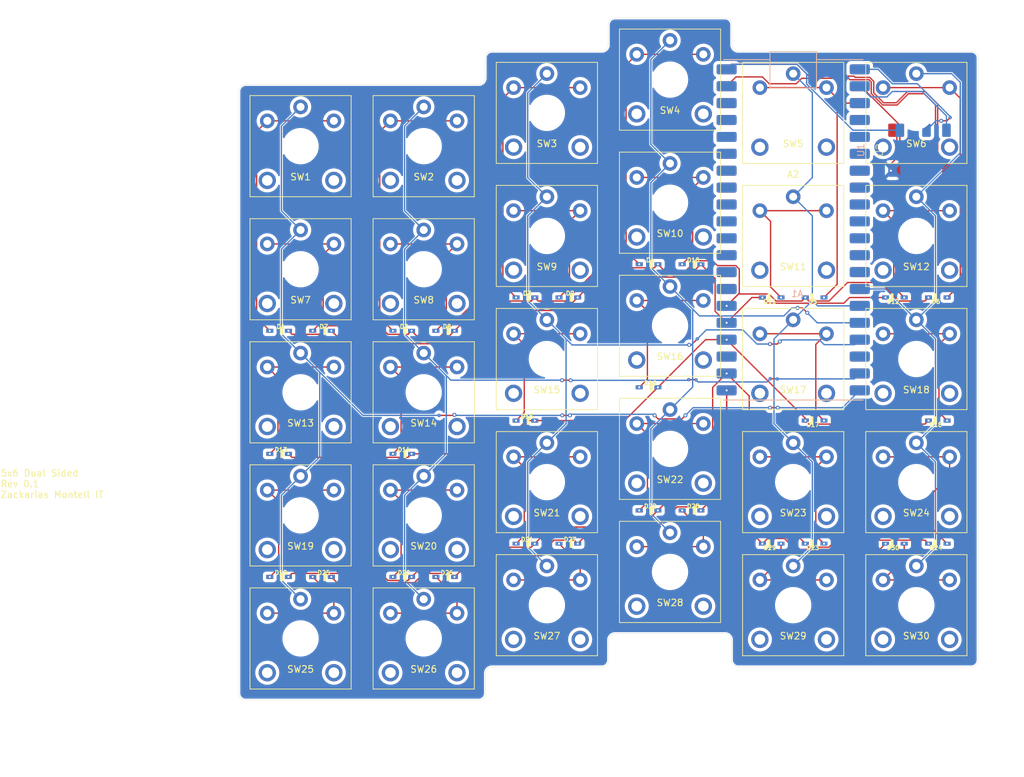
<source format=kicad_pcb>
(kicad_pcb
	(version 20241229)
	(generator "pcbnew")
	(generator_version "9.0")
	(general
		(thickness 1.6)
		(legacy_teardrops no)
	)
	(paper "A4")
	(layers
		(0 "F.Cu" signal)
		(2 "B.Cu" signal)
		(9 "F.Adhes" user "F.Adhesive")
		(11 "B.Adhes" user "B.Adhesive")
		(13 "F.Paste" user)
		(15 "B.Paste" user)
		(5 "F.SilkS" user "F.Silkscreen")
		(7 "B.SilkS" user "B.Silkscreen")
		(1 "F.Mask" user)
		(3 "B.Mask" user)
		(17 "Dwgs.User" user "User.Drawings")
		(19 "Cmts.User" user "User.Comments")
		(21 "Eco1.User" user "User.Eco1")
		(23 "Eco2.User" user "User.Eco2")
		(25 "Edge.Cuts" user)
		(27 "Margin" user)
		(31 "F.CrtYd" user "F.Courtyard")
		(29 "B.CrtYd" user "B.Courtyard")
		(35 "F.Fab" user)
		(33 "B.Fab" user)
		(39 "User.1" user)
		(41 "User.2" user)
		(43 "User.3" user)
		(45 "User.4" user)
	)
	(setup
		(pad_to_mask_clearance 0)
		(allow_soldermask_bridges_in_footprints no)
		(tenting front back)
		(grid_origin 87.5 129.35)
		(pcbplotparams
			(layerselection 0x00000000_00000000_55555555_5755f5ff)
			(plot_on_all_layers_selection 0x00000000_00000000_00000000_00000000)
			(disableapertmacros no)
			(usegerberextensions no)
			(usegerberattributes yes)
			(usegerberadvancedattributes yes)
			(creategerberjobfile yes)
			(dashed_line_dash_ratio 12.000000)
			(dashed_line_gap_ratio 3.000000)
			(svgprecision 4)
			(plotframeref no)
			(mode 1)
			(useauxorigin no)
			(hpglpennumber 1)
			(hpglpenspeed 20)
			(hpglpendiameter 15.000000)
			(pdf_front_fp_property_popups yes)
			(pdf_back_fp_property_popups yes)
			(pdf_metadata yes)
			(pdf_single_document no)
			(dxfpolygonmode yes)
			(dxfimperialunits yes)
			(dxfusepcbnewfont yes)
			(psnegative no)
			(psa4output no)
			(plot_black_and_white yes)
			(sketchpadsonfab no)
			(plotpadnumbers no)
			(hidednponfab no)
			(sketchdnponfab yes)
			(crossoutdnponfab yes)
			(subtractmaskfromsilk no)
			(outputformat 1)
			(mirror no)
			(drillshape 0)
			(scaleselection 1)
			(outputdirectory "gerbers/")
		)
	)
	(net 0 "")
	(net 1 "col3")
	(net 2 "unconnected-(A1-~{3V3_EN}-Pad37)")
	(net 3 "unconnected-(A1-ADC2{slash}GP28-Pad34)")
	(net 4 "row0")
	(net 5 "unconnected-(A1-ADC_VREF-Pad35)")
	(net 6 "unconnected-(A1-VSYS-Pad39)")
	(net 7 "unconnected-(A1-GP22-Pad29)")
	(net 8 "unconnected-(A1-GND-Pad8)")
	(net 9 "unconnected-(A1-GP5-Pad7)")
	(net 10 "row3")
	(net 11 "unconnected-(A1-GND-Pad18)")
	(net 12 "unconnected-(A1-GND-Pad13)")
	(net 13 "row2")
	(net 14 "col1")
	(net 15 "unconnected-(A1-ADC0{slash}GP26-Pad31)")
	(net 16 "row4")
	(net 17 "col5")
	(net 18 "unconnected-(A1-RUN-Pad30)")
	(net 19 "unconnected-(A1-GP9-Pad12)")
	(net 20 "unconnected-(A1-GND-Pad23)")
	(net 21 "unconnected-(A1-GND-Pad28)")
	(net 22 "unconnected-(A1-ADC1{slash}GP27-Pad32)")
	(net 23 "unconnected-(A1-GP8-Pad11)")
	(net 24 "unconnected-(A1-GND-Pad3)")
	(net 25 "col4")
	(net 26 "unconnected-(A1-GND-Pad33)")
	(net 27 "row1")
	(net 28 "col0")
	(net 29 "col2")
	(net 30 "Net-(D1-A)")
	(net 31 "Net-(D2-A)")
	(net 32 "Net-(D3-A)")
	(net 33 "Net-(D4-A)")
	(net 34 "Net-(D5-A)")
	(net 35 "Net-(D6-A)")
	(net 36 "Net-(D7-A)")
	(net 37 "Net-(D8-A)")
	(net 38 "Net-(D9-A)")
	(net 39 "Net-(D10-A)")
	(net 40 "Net-(D11-A)")
	(net 41 "Net-(D12-A)")
	(net 42 "Net-(D13-A)")
	(net 43 "Net-(D14-A)")
	(net 44 "Net-(D15-A)")
	(net 45 "Net-(D16-A)")
	(net 46 "Net-(D17-A)")
	(net 47 "Net-(D18-A)")
	(net 48 "Net-(D19-A)")
	(net 49 "Net-(D20-A)")
	(net 50 "Net-(D21-A)")
	(net 51 "Net-(D22-A)")
	(net 52 "Net-(D23-A)")
	(net 53 "Net-(D24-A)")
	(net 54 "Net-(D25-A)")
	(net 55 "Net-(D26-A)")
	(net 56 "Net-(D27-A)")
	(net 57 "Net-(D28-A)")
	(net 58 "Net-(D29-A)")
	(net 59 "Net-(D30-A)")
	(net 60 "unconnected-(A1-GP3-Pad5)")
	(net 61 "unconnected-(A1-GP21-Pad27)")
	(net 62 "unconnected-(A1-GP7-Pad10)")
	(net 63 "unconnected-(A1-GP6-Pad9)")
	(net 64 "unconnected-(A1-GP2-Pad4)")
	(net 65 "unconnected-(A1-GP4-Pad6)")
	(net 66 "3v31")
	(net 67 "tx1")
	(net 68 "rx1")
	(net 69 "gnd1")
	(net 70 "unconnected-(A2-RUN-Pad30)")
	(net 71 "unconnected-(A2-GND-Pad3)")
	(net 72 "unconnected-(A2-GND-Pad13)")
	(net 73 "unconnected-(A2-GND-Pad28)")
	(net 74 "unconnected-(A2-GP2-Pad4)")
	(net 75 "unconnected-(A2-ADC1{slash}GP27-Pad32)")
	(net 76 "unconnected-(A2-GND-Pad8)")
	(net 77 "unconnected-(A2-ADC2{slash}GP28-Pad34)")
	(net 78 "unconnected-(A2-GP8-Pad11)")
	(net 79 "unconnected-(A2-GP3-Pad5)")
	(net 80 "unconnected-(A2-GP22-Pad29)")
	(net 81 "unconnected-(A2-VBUS-Pad40)")
	(net 82 "unconnected-(A2-GP10-Pad14)")
	(net 83 "unconnected-(A2-GND-Pad33)")
	(net 84 "unconnected-(A2-GND-Pad23)")
	(net 85 "unconnected-(A2-GP4-Pad6)")
	(net 86 "unconnected-(A2-GP6-Pad9)")
	(net 87 "unconnected-(A2-ADC0{slash}GP26-Pad31)")
	(net 88 "unconnected-(A2-~{3V3_EN}-Pad37)")
	(net 89 "unconnected-(A2-GND-Pad18)")
	(net 90 "unconnected-(A2-GP9-Pad12)")
	(net 91 "unconnected-(A2-GP7-Pad10)")
	(net 92 "unconnected-(A2-ADC_VREF-Pad35)")
	(net 93 "unconnected-(A2-3V3(OUT)-Pad36)")
	(net 94 "unconnected-(A2-GP5-Pad7)")
	(net 95 "unconnected-(A1-3V3(OUT)-Pad36)")
	(footprint "footprints:SW_Kailh_Choc_V2_1.00u_double-sided" (layer "F.Cu") (at 87.5 110.85))
	(footprint "footprints:SODFL2512X100N" (layer "F.Cu") (at 139.775 91.6 180))
	(footprint "footprints:SW_Kailh_Choc_V2_1.00u_double-sided" (layer "F.Cu") (at 106 129.35))
	(footprint "footprints:SW_Kailh_Choc_V2_1.00u_double-sided" (layer "F.Cu") (at 180 50.35))
	(footprint "footprints:SODFL2512X100N" (layer "F.Cu") (at 109.225 83.1 180))
	(footprint "footprints:SW_Kailh_Choc_V2_1.00u_double-sided" (layer "F.Cu") (at 124.5 124.35))
	(footprint "footprints:SODFL2512X100N" (layer "F.Cu") (at 158.275 78.1))
	(footprint "footprints:SODFL2512X100N" (layer "F.Cu") (at 127.725 78.1 180))
	(footprint "footprints:SODFL2512X100N" (layer "F.Cu") (at 102.775 120.1 180))
	(footprint "footprints:SODFL2512X100N" (layer "F.Cu") (at 90.725 83.1 180))
	(footprint "footprints:raspberry_pi_pico_SMD" (layer "F.Cu") (at 161.501761 67.930598))
	(footprint "footprints:SODFL2512X100N" (layer "F.Cu") (at 158.275 115.1))
	(footprint "footprints:SW_Kailh_Choc_V2_1.00u_double-sided" (layer "F.Cu") (at 180 124.35))
	(footprint "footprints:SODFL2512X100N" (layer "F.Cu") (at 84.275 120.1 180))
	(footprint "footprints:SODFL2512X100N" (layer "F.Cu") (at 121.275 78.1 180))
	(footprint "footprints:SW_Kailh_Choc_V2_1.00u_double-sided" (layer "F.Cu") (at 161.5 50.35))
	(footprint "footprints:SW_Kailh_Choc_V2_1.00u_double-sided" (layer "F.Cu") (at 180 87.35))
	(footprint "footprints:raspberry_pi_pico_SMD_Reversed" (layer "F.Cu") (at 161.5 67.929189))
	(footprint "footprints:SW_Kailh_Choc_V2_1.00u_double-sided" (layer "F.Cu") (at 161.5 87.35))
	(footprint "footprints:SW_Kailh_Choc_V2_1.00u_double-sided" (layer "F.Cu") (at 143 82.35))
	(footprint "footprints:SW_Kailh_Choc_V2_1.00u_double-sided" (layer "F.Cu") (at 124.5 87.35))
	(footprint "footprints:SW_Kailh_Choc_V2_1.00u_double-sided" (layer "F.Cu") (at 87.5 55.35))
	(footprint "footprints:SW_Kailh_Choc_V2_1.00u_double-sided" (layer "F.Cu") (at 106 110.85))
	(footprint "footprints:SODFL2512X100N" (layer "F.Cu") (at 146.225 73.1 180))
	(footprint "footprints:SODFL2512X100N" (layer "F.Cu") (at 146.225 110.1 180))
	(footprint "footprints:SW_Kailh_Choc_V2_1.00u_double-sided" (layer "F.Cu") (at 180 68.85))
	(footprint "footprints:SODFL2512X100N" (layer "F.Cu") (at 139.775 110.1 180))
	(footprint "footprints:SW_Kailh_Choc_V2_1.00u_double-sided" (layer "F.Cu") (at 106 92.35))
	(footprint "footprints:SODFL2512X100N" (layer "F.Cu") (at 102.775 83.1 180))
	(footprint "footprints:SODFL2512X100N" (layer "F.Cu") (at 164.725 115.1))
	(footprint "footprints:SODFL2512X100N" (layer "F.Cu") (at 90.725 120.1 180))
	(footprint "footprints:SODFL2512X100N" (layer "F.Cu") (at 183.225 78.1))
	(footprint "footprints:SODFL2512X100N" (layer "F.Cu") (at 121.275 96.6 180))
	(footprint "footprints:SW_Kailh_Choc_V2_1.00u_double-sided" (layer "F.Cu") (at 124.5 68.85))
	(footprint "footprints:SODFL2512X100N" (layer "F.Cu") (at 84.275 83.1 180))
	(footprint "footprints:SW_Kailh_Choc_V2_1.00u_double-sided"
		(layer "F.Cu")
		(uuid "a61ff92e-4529-4984-be3d-a6fdbce2a46f
... [667739 chars truncated]
</source>
